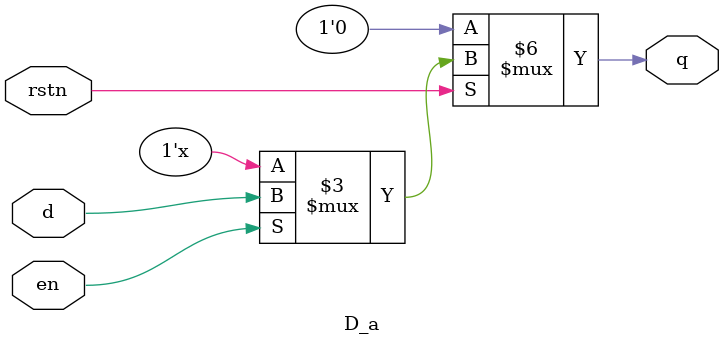
<source format=v>
module D_a(input d, input en, input rstn, output reg q);
always @ (en or d or rstn) begin
    if (!rstn) begin
        q <= 0;
    end
    else if (en) begin
        q <= d;
    end
end

endmodule
</source>
